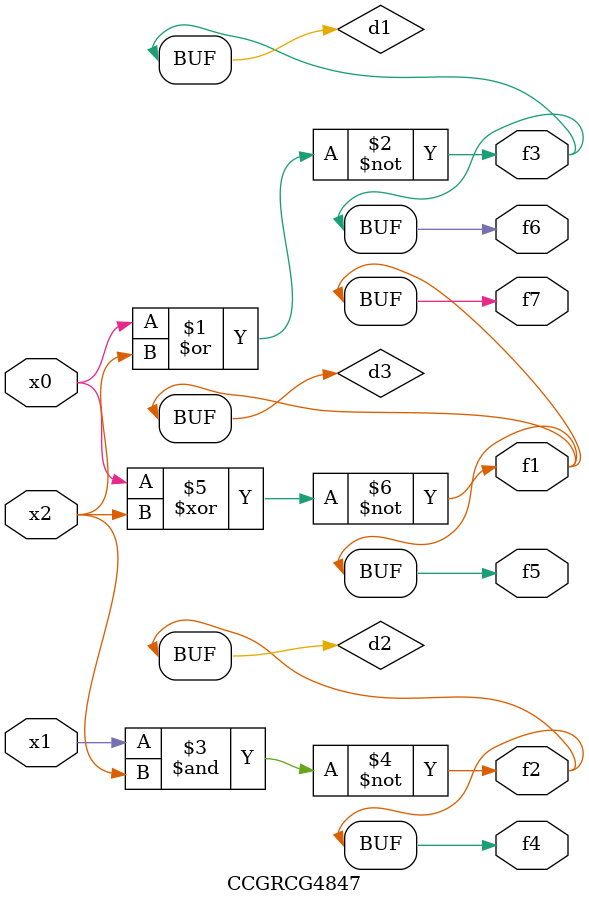
<source format=v>
module CCGRCG4847(
	input x0, x1, x2,
	output f1, f2, f3, f4, f5, f6, f7
);

	wire d1, d2, d3;

	nor (d1, x0, x2);
	nand (d2, x1, x2);
	xnor (d3, x0, x2);
	assign f1 = d3;
	assign f2 = d2;
	assign f3 = d1;
	assign f4 = d2;
	assign f5 = d3;
	assign f6 = d1;
	assign f7 = d3;
endmodule

</source>
